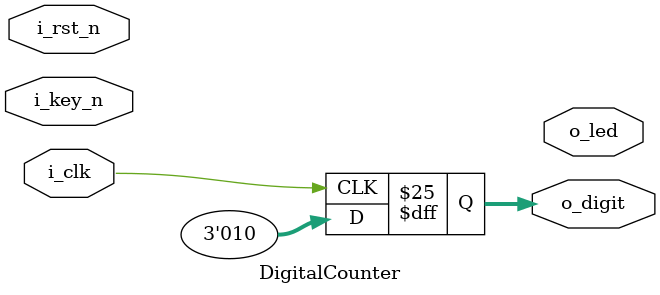
<source format=sv>
module DigitalCounter #(parameter OLED_WIDTH = 8, 
	parameter DIGIT_COUNT = 3) (
	input logic i_clk,
	input logic i_rst_n,
	input logic i_key_n,
	output wire [DIGIT_COUNT - 1 : 0] o_digit,
	output wire [OLED_WIDTH - 1 : 0] o_led
	);
	
	reg [3:0] counter;
	reg [OLED_WIDTH : 0] decoded_counter;
	logic key_last;
	logic key_clean;
	
	
	always @(posedge i_clk) begin 
		if(!i_rst_n) begin
			counter <= 0;
			key_last <= 0;
			key_clean <= 0;
		end else begin 
			if (key_last && ~key_clean) begin 
				counter <= counter + 1;
			end
		end
	end
	
	always @(posedge i_clk) begin 
		case (counter)
			4'h0: decoded_counter = 8'd64;
			4'h1: decoded_counter = 8'd121;
			4'h2: decoded_counter = 8'd36;
			4'h3: decoded_counter = 8'd48;
			4'h4: decoded_counter = 8'd25;
			4'h5: decoded_counter = 8'd18;
			4'h6: decoded_counter = 8'd82;
			4'h7: decoded_counter = 8'd90;
			default: decoded_counter = 8'd22;
		endcase 
		
		o_digit <= 3'h2;
	end
	
	endmodule
</source>
